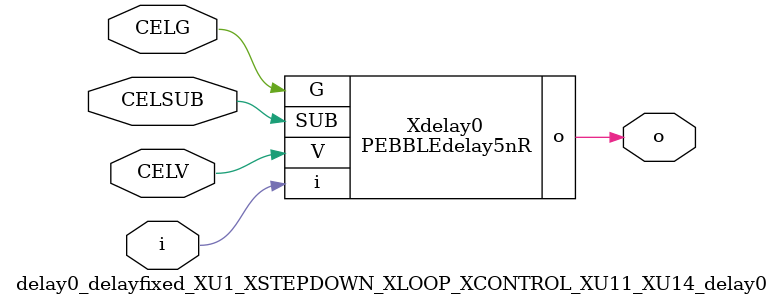
<source format=v>



module PEBBLEdelay5nR ( o, V, G, i, SUB );

  input V;
  input i;
  input G;
  output o;
  input SUB;
endmodule

//Celera Confidential Do Not Copy delay0_delayfixed_XU1_XSTEPDOWN_XLOOP_XCONTROL_XU11_XU14_delay0
//TYPE: fixed 5ns
module delay0_delayfixed_XU1_XSTEPDOWN_XLOOP_XCONTROL_XU11_XU14_delay0 (i, CELV, o,
CELG,CELSUB);
input CELV;
input i;
output o;
input CELSUB;
input CELG;

//Celera Confidential Do Not Copy delayfast0
PEBBLEdelay5nR Xdelay0(
.V (CELV),
.i (i),
.o (o),
.G (CELG),
.SUB (CELSUB)
);
//,diesize,PEBBLEdelay5nR

//Celera Confidential Do Not Copy Module End
//Celera Schematic Generator
endmodule

</source>
